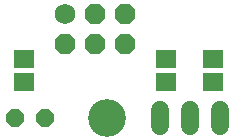
<source format=gbs>
G75*
G70*
%OFA0B0*%
%FSLAX24Y24*%
%IPPOS*%
%LPD*%
%AMOC8*
5,1,8,0,0,1.08239X$1,22.5*
%
%ADD10C,0.1261*%
%ADD11C,0.0680*%
%ADD12OC8,0.0680*%
%ADD13C,0.0600*%
%ADD14OC8,0.0600*%
%ADD15R,0.0710X0.0592*%
D10*
X004628Y002069D03*
D11*
X003234Y005521D03*
D12*
X004234Y005521D03*
X005234Y005521D03*
X005234Y004521D03*
X004234Y004521D03*
X003234Y004521D03*
D13*
X006383Y002329D02*
X006383Y001809D01*
X007383Y001809D02*
X007383Y002329D01*
X008383Y002329D02*
X008383Y001809D01*
D14*
X001569Y002069D03*
X002569Y002069D03*
D15*
X001872Y003269D03*
X001872Y004017D03*
X006596Y004017D03*
X006596Y003269D03*
X008171Y003269D03*
X008171Y004017D03*
M02*

</source>
